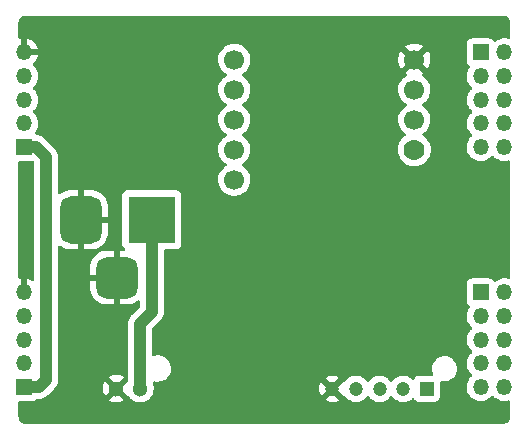
<source format=gbr>
%TF.GenerationSoftware,KiCad,Pcbnew,(6.0.0)*%
%TF.CreationDate,2022-11-08T21:37:46+09:00*%
%TF.ProjectId,LED_MATRIX_ATOM_UNIT,4c45445f-4d41-4545-9249-585f41544f4d,rev?*%
%TF.SameCoordinates,Original*%
%TF.FileFunction,Copper,L2,Bot*%
%TF.FilePolarity,Positive*%
%FSLAX46Y46*%
G04 Gerber Fmt 4.6, Leading zero omitted, Abs format (unit mm)*
G04 Created by KiCad (PCBNEW (6.0.0)) date 2022-11-08 21:37:46*
%MOMM*%
%LPD*%
G01*
G04 APERTURE LIST*
G04 Aperture macros list*
%AMRoundRect*
0 Rectangle with rounded corners*
0 $1 Rounding radius*
0 $2 $3 $4 $5 $6 $7 $8 $9 X,Y pos of 4 corners*
0 Add a 4 corners polygon primitive as box body*
4,1,4,$2,$3,$4,$5,$6,$7,$8,$9,$2,$3,0*
0 Add four circle primitives for the rounded corners*
1,1,$1+$1,$2,$3*
1,1,$1+$1,$4,$5*
1,1,$1+$1,$6,$7*
1,1,$1+$1,$8,$9*
0 Add four rect primitives between the rounded corners*
20,1,$1+$1,$2,$3,$4,$5,0*
20,1,$1+$1,$4,$5,$6,$7,0*
20,1,$1+$1,$6,$7,$8,$9,0*
20,1,$1+$1,$8,$9,$2,$3,0*%
G04 Aperture macros list end*
%TA.AperFunction,ComponentPad*%
%ADD10C,1.300000*%
%TD*%
%TA.AperFunction,ComponentPad*%
%ADD11R,4.000000X4.000000*%
%TD*%
%TA.AperFunction,ComponentPad*%
%ADD12RoundRect,0.875000X0.875000X1.125000X-0.875000X1.125000X-0.875000X-1.125000X0.875000X-1.125000X0*%
%TD*%
%TA.AperFunction,ComponentPad*%
%ADD13RoundRect,0.875000X0.875000X0.875000X-0.875000X0.875000X-0.875000X-0.875000X0.875000X-0.875000X0*%
%TD*%
%TA.AperFunction,ComponentPad*%
%ADD14R,1.200000X1.200000*%
%TD*%
%TA.AperFunction,ComponentPad*%
%ADD15C,1.200000*%
%TD*%
%TA.AperFunction,ComponentPad*%
%ADD16C,1.776200*%
%TD*%
%TA.AperFunction,ComponentPad*%
%ADD17C,1.700000*%
%TD*%
%TA.AperFunction,ComponentPad*%
%ADD18R,1.350000X1.350000*%
%TD*%
%TA.AperFunction,ComponentPad*%
%ADD19O,1.350000X1.350000*%
%TD*%
%TA.AperFunction,Conductor*%
%ADD20C,1.000000*%
%TD*%
G04 APERTURE END LIST*
D10*
%TO.P,J7,1,1*%
%TO.N,VCC*%
X92250000Y-116750000D03*
%TO.P,J7,2,2*%
%TO.N,GND*%
X90250000Y-116750000D03*
%TD*%
D11*
%TO.P,J5,1*%
%TO.N,VCC*%
X93250000Y-102450000D03*
D12*
%TO.P,J5,2*%
%TO.N,GND*%
X87250000Y-102450000D03*
D13*
%TO.P,J5,3*%
X90300000Y-107350000D03*
%TD*%
D14*
%TO.P,J6,1,1*%
%TO.N,/+5V*%
X116525000Y-116775000D03*
D15*
%TO.P,J6,2,2*%
%TO.N,/IO21*%
X114525000Y-116775000D03*
%TO.P,J6,3,3*%
%TO.N,/IO25*%
X112525000Y-116775000D03*
%TO.P,J6,4,4*%
%TO.N,/IO33*%
X110525000Y-116775000D03*
%TO.P,J6,5,5*%
%TO.N,GND*%
X108525000Y-116775000D03*
%TD*%
D16*
%TO.P,U1,1,IO21*%
%TO.N,/IO21*%
X115469700Y-96523500D03*
D17*
%TO.P,U1,2,IO25*%
%TO.N,/IO25*%
X115469700Y-93983500D03*
%TO.P,U1,3,+5V*%
%TO.N,/+5V*%
X115469700Y-91443500D03*
%TO.P,U1,4,GND*%
%TO.N,GND*%
X115469700Y-88903500D03*
%TO.P,U1,5,IO33*%
%TO.N,/IO33*%
X100229700Y-88903500D03*
%TO.P,U1,6,IO23*%
%TO.N,/DIN1*%
X100229700Y-91443500D03*
%TO.P,U1,7,IO19*%
%TO.N,/CS*%
X100229700Y-93983500D03*
%TO.P,U1,8,IO22*%
%TO.N,/CLK*%
X100229700Y-96523500D03*
%TO.P,U1,9,3.3V*%
%TO.N,unconnected-(U1-Pad9)*%
X100229700Y-99063500D03*
%TD*%
D18*
%TO.P,J4,1,Pin_1*%
%TO.N,VCC*%
X82450000Y-96290000D03*
D19*
%TO.P,J4,2,Pin_2*%
%TO.N,unconnected-(J4-Pad2)*%
X82450000Y-94290000D03*
%TO.P,J4,3,Pin_3*%
%TO.N,unconnected-(J4-Pad3)*%
X82450000Y-92290000D03*
%TO.P,J4,4,Pin_4*%
%TO.N,unconnected-(J4-Pad4)*%
X82450000Y-90290000D03*
%TO.P,J4,5,Pin_5*%
%TO.N,GND*%
X82450000Y-88290000D03*
%TD*%
D18*
%TO.P,J1,1,Pin_1*%
%TO.N,Net-(J1-Pad1)*%
X121090000Y-88290000D03*
D19*
%TO.P,J1,2,Pin_2*%
X123090000Y-88290000D03*
%TO.P,J1,3,Pin_3*%
%TO.N,Net-(J1-Pad3)*%
X121090000Y-90290000D03*
%TO.P,J1,4,Pin_4*%
X123090000Y-90290000D03*
%TO.P,J1,5,Pin_5*%
%TO.N,Net-(J1-Pad5)*%
X121090000Y-92290000D03*
%TO.P,J1,6,Pin_6*%
X123090000Y-92290000D03*
%TO.P,J1,7,Pin_7*%
%TO.N,Net-(J1-Pad7)*%
X121090000Y-94290000D03*
%TO.P,J1,8,Pin_8*%
X123090000Y-94290000D03*
%TO.P,J1,9,Pin_9*%
%TO.N,Net-(J1-Pad10)*%
X121090000Y-96290000D03*
%TO.P,J1,10,Pin_10*%
X123090000Y-96290000D03*
%TD*%
D18*
%TO.P,J2,1,Pin_1*%
%TO.N,VCC*%
X82450000Y-116610000D03*
D19*
%TO.P,J2,2,Pin_2*%
%TO.N,/DIN1*%
X82450000Y-114610000D03*
%TO.P,J2,3,Pin_3*%
%TO.N,/CS*%
X82450000Y-112610000D03*
%TO.P,J2,4,Pin_4*%
%TO.N,/CLK*%
X82450000Y-110610000D03*
%TO.P,J2,5,Pin_5*%
%TO.N,GND*%
X82450000Y-108610000D03*
%TD*%
D18*
%TO.P,J3,1,Pin_1*%
%TO.N,Net-(J3-Pad1)*%
X121090000Y-108610000D03*
D19*
%TO.P,J3,2,Pin_2*%
X123090000Y-108610000D03*
%TO.P,J3,3,Pin_3*%
%TO.N,Net-(J3-Pad3)*%
X121090000Y-110610000D03*
%TO.P,J3,4,Pin_4*%
X123090000Y-110610000D03*
%TO.P,J3,5,Pin_5*%
%TO.N,Net-(J3-Pad5)*%
X121090000Y-112610000D03*
%TO.P,J3,6,Pin_6*%
X123090000Y-112610000D03*
%TO.P,J3,7,Pin_7*%
%TO.N,Net-(J3-Pad7)*%
X121090000Y-114610000D03*
%TO.P,J3,8,Pin_8*%
X123090000Y-114610000D03*
%TO.P,J3,9,Pin_9*%
%TO.N,Net-(J3-Pad10)*%
X121090000Y-116610000D03*
%TO.P,J3,10,Pin_10*%
X123090000Y-116610000D03*
%TD*%
D20*
%TO.N,VCC*%
X84300000Y-116000000D02*
X84300000Y-97150000D01*
X83440000Y-96290000D02*
X82450000Y-96290000D01*
X83690000Y-116610000D02*
X84300000Y-116000000D01*
X82450000Y-116610000D02*
X83690000Y-116610000D01*
X93250000Y-102450000D02*
X93250000Y-110250000D01*
X93250000Y-110250000D02*
X92250000Y-111250000D01*
X84300000Y-97150000D02*
X83440000Y-96290000D01*
X92250000Y-111250000D02*
X92250000Y-116750000D01*
%TD*%
%TA.AperFunction,Conductor*%
%TO.N,GND*%
G36*
X123050749Y-85185066D02*
G01*
X123065550Y-85187371D01*
X123065554Y-85187371D01*
X123074423Y-85188752D01*
X123083325Y-85187588D01*
X123083329Y-85187588D01*
X123083425Y-85187575D01*
X123113862Y-85187304D01*
X123176067Y-85194312D01*
X123203574Y-85200590D01*
X123280763Y-85227600D01*
X123306183Y-85239842D01*
X123375430Y-85283353D01*
X123397489Y-85300945D01*
X123455313Y-85358769D01*
X123472905Y-85380828D01*
X123516416Y-85450075D01*
X123528658Y-85475496D01*
X123555667Y-85552683D01*
X123561946Y-85580190D01*
X123568214Y-85635817D01*
X123568997Y-85651463D01*
X123568888Y-85660421D01*
X123567506Y-85669295D01*
X123569146Y-85681835D01*
X123571628Y-85700816D01*
X123572692Y-85717154D01*
X123572692Y-87025711D01*
X123552690Y-87093832D01*
X123499034Y-87140325D01*
X123422111Y-87149290D01*
X123214239Y-87107941D01*
X123208464Y-87107865D01*
X123208460Y-87107865D01*
X123099419Y-87106438D01*
X122996746Y-87105094D01*
X122991049Y-87106073D01*
X122991048Y-87106073D01*
X122788065Y-87140952D01*
X122788062Y-87140953D01*
X122782375Y-87141930D01*
X122578307Y-87217214D01*
X122391376Y-87328427D01*
X122387032Y-87332237D01*
X122369592Y-87347531D01*
X122305188Y-87377408D01*
X122234855Y-87367722D01*
X122185689Y-87328365D01*
X122183522Y-87325473D01*
X122128261Y-87251739D01*
X122011705Y-87164385D01*
X121875316Y-87113255D01*
X121813134Y-87106500D01*
X120366866Y-87106500D01*
X120304684Y-87113255D01*
X120168295Y-87164385D01*
X120051739Y-87251739D01*
X119964385Y-87368295D01*
X119913255Y-87504684D01*
X119906500Y-87566866D01*
X119906500Y-89013134D01*
X119913255Y-89075316D01*
X119964385Y-89211705D01*
X120051739Y-89328261D01*
X120058919Y-89333642D01*
X120130269Y-89387116D01*
X120172784Y-89443975D01*
X120177810Y-89514794D01*
X120153654Y-89565948D01*
X120119102Y-89609777D01*
X120093181Y-89642658D01*
X119991905Y-89835154D01*
X119978775Y-89877438D01*
X119932483Y-90026523D01*
X119927403Y-90042882D01*
X119901837Y-90258887D01*
X119916063Y-90475933D01*
X119917484Y-90481529D01*
X119917485Y-90481534D01*
X119968184Y-90681158D01*
X119969605Y-90686753D01*
X119972022Y-90691996D01*
X120007043Y-90767963D01*
X120060668Y-90884285D01*
X120064001Y-90889001D01*
X120142062Y-90999454D01*
X120186204Y-91061914D01*
X120320981Y-91193207D01*
X120329741Y-91201741D01*
X120364579Y-91263602D01*
X120360442Y-91334478D01*
X120324899Y-91386726D01*
X120227842Y-91471842D01*
X120224270Y-91476373D01*
X120183045Y-91528667D01*
X120093181Y-91642658D01*
X119991905Y-91835154D01*
X119985455Y-91855925D01*
X119956259Y-91949953D01*
X119927403Y-92042882D01*
X119901837Y-92258887D01*
X119916063Y-92475933D01*
X119917484Y-92481529D01*
X119917485Y-92481534D01*
X119948328Y-92602976D01*
X119969605Y-92686753D01*
X119972022Y-92691996D01*
X120011891Y-92778478D01*
X120060668Y-92884285D01*
X120064001Y-92889001D01*
X120135642Y-92990370D01*
X120186204Y-93061914D01*
X120190346Y-93065949D01*
X120329741Y-93201741D01*
X120364579Y-93263602D01*
X120360442Y-93334478D01*
X120324899Y-93386726D01*
X120227842Y-93471842D01*
X120224270Y-93476373D01*
X120183045Y-93528667D01*
X120093181Y-93642658D01*
X119991905Y-93835154D01*
X119927403Y-94042882D01*
X119901837Y-94258887D01*
X119916063Y-94475933D01*
X119917484Y-94481529D01*
X119917485Y-94481534D01*
X119945878Y-94593329D01*
X119969605Y-94686753D01*
X120060668Y-94884285D01*
X120064001Y-94889001D01*
X120159885Y-95024673D01*
X120186204Y-95061914D01*
X120190346Y-95065949D01*
X120329741Y-95201741D01*
X120364579Y-95263602D01*
X120360442Y-95334478D01*
X120324899Y-95386726D01*
X120227842Y-95471842D01*
X120224270Y-95476373D01*
X120096978Y-95637842D01*
X120093181Y-95642658D01*
X120090493Y-95647767D01*
X120065055Y-95696117D01*
X119991905Y-95835154D01*
X119990192Y-95840671D01*
X119929876Y-96034919D01*
X119927403Y-96042882D01*
X119901837Y-96258887D01*
X119916063Y-96475933D01*
X119917484Y-96481529D01*
X119917485Y-96481534D01*
X119945888Y-96593367D01*
X119969605Y-96686753D01*
X120060668Y-96884285D01*
X120064001Y-96889001D01*
X120173563Y-97044027D01*
X120186204Y-97061914D01*
X120342009Y-97213692D01*
X120522863Y-97334536D01*
X120528171Y-97336817D01*
X120528172Y-97336817D01*
X120717409Y-97418119D01*
X120717412Y-97418120D01*
X120722712Y-97420397D01*
X120728342Y-97421671D01*
X120826464Y-97443874D01*
X120934860Y-97468402D01*
X120940631Y-97468629D01*
X120940633Y-97468629D01*
X121013620Y-97471496D01*
X121152205Y-97476941D01*
X121367466Y-97445730D01*
X121372930Y-97443875D01*
X121372935Y-97443874D01*
X121567963Y-97377671D01*
X121567968Y-97377669D01*
X121573435Y-97375813D01*
X121763213Y-97269532D01*
X121930446Y-97130446D01*
X121990252Y-97058537D01*
X122049189Y-97018953D01*
X122120171Y-97017517D01*
X122182913Y-97057258D01*
X122186204Y-97061914D01*
X122190346Y-97065949D01*
X122190348Y-97065951D01*
X122256554Y-97130446D01*
X122342009Y-97213692D01*
X122522863Y-97334536D01*
X122528171Y-97336817D01*
X122528172Y-97336817D01*
X122717409Y-97418119D01*
X122717412Y-97418120D01*
X122722712Y-97420397D01*
X122728342Y-97421671D01*
X122826464Y-97443874D01*
X122934860Y-97468402D01*
X122940631Y-97468629D01*
X122940633Y-97468629D01*
X123013620Y-97471496D01*
X123152205Y-97476941D01*
X123367466Y-97445730D01*
X123406193Y-97432584D01*
X123477127Y-97429629D01*
X123538399Y-97465493D01*
X123570555Y-97528790D01*
X123572692Y-97551898D01*
X123572692Y-107345711D01*
X123552690Y-107413832D01*
X123499034Y-107460325D01*
X123422111Y-107469290D01*
X123214239Y-107427941D01*
X123208464Y-107427865D01*
X123208460Y-107427865D01*
X123099419Y-107426438D01*
X122996746Y-107425094D01*
X122991049Y-107426073D01*
X122991048Y-107426073D01*
X122788065Y-107460952D01*
X122788062Y-107460953D01*
X122782375Y-107461930D01*
X122578307Y-107537214D01*
X122444954Y-107616551D01*
X122425405Y-107628182D01*
X122391376Y-107648427D01*
X122387032Y-107652237D01*
X122369592Y-107667531D01*
X122305188Y-107697408D01*
X122234855Y-107687722D01*
X122185689Y-107648365D01*
X122170563Y-107628182D01*
X122128261Y-107571739D01*
X122011705Y-107484385D01*
X121875316Y-107433255D01*
X121813134Y-107426500D01*
X120366866Y-107426500D01*
X120304684Y-107433255D01*
X120168295Y-107484385D01*
X120051739Y-107571739D01*
X119964385Y-107688295D01*
X119913255Y-107824684D01*
X119906500Y-107886866D01*
X119906500Y-109333134D01*
X119913255Y-109395316D01*
X119964385Y-109531705D01*
X120051739Y-109648261D01*
X120058919Y-109653642D01*
X120130269Y-109707116D01*
X120172784Y-109763975D01*
X120177810Y-109834794D01*
X120153654Y-109885948D01*
X120096755Y-109958124D01*
X120093181Y-109962658D01*
X119991905Y-110155154D01*
X119990192Y-110160671D01*
X119929195Y-110357112D01*
X119927403Y-110362882D01*
X119901837Y-110578887D01*
X119916063Y-110795933D01*
X119917484Y-110801529D01*
X119917485Y-110801534D01*
X119941172Y-110894800D01*
X119969605Y-111006753D01*
X119972022Y-111011996D01*
X120032041Y-111142187D01*
X120060668Y-111204285D01*
X120186204Y-111381914D01*
X120190346Y-111385949D01*
X120329741Y-111521741D01*
X120364579Y-111583602D01*
X120360442Y-111654478D01*
X120324899Y-111706726D01*
X120227842Y-111791842D01*
X120224270Y-111796373D01*
X120183045Y-111848667D01*
X120093181Y-111962658D01*
X119991905Y-112155154D01*
X119927403Y-112362882D01*
X119901837Y-112578887D01*
X119916063Y-112795933D01*
X119969605Y-113006753D01*
X120060668Y-113204285D01*
X120186204Y-113381914D01*
X120190346Y-113385949D01*
X120329741Y-113521741D01*
X120364579Y-113583602D01*
X120360442Y-113654478D01*
X120324899Y-113706726D01*
X120227842Y-113791842D01*
X120224270Y-113796373D01*
X120097998Y-113956548D01*
X120093181Y-113962658D01*
X119991905Y-114155154D01*
X119990192Y-114160671D01*
X119937358Y-114330823D01*
X119927403Y-114362882D01*
X119901837Y-114578887D01*
X119916063Y-114795933D01*
X119917484Y-114801529D01*
X119917485Y-114801534D01*
X119942262Y-114899091D01*
X119969605Y-115006753D01*
X119972022Y-115011996D01*
X120004490Y-115082425D01*
X120060668Y-115204285D01*
X120064001Y-115209001D01*
X120138016Y-115313729D01*
X120186204Y-115381914D01*
X120321329Y-115513546D01*
X120329741Y-115521741D01*
X120364579Y-115583602D01*
X120360442Y-115654478D01*
X120324899Y-115706726D01*
X120227842Y-115791842D01*
X120224270Y-115796373D01*
X120097630Y-115957015D01*
X120093181Y-115962658D01*
X120090493Y-115967767D01*
X120068963Y-116008690D01*
X119991905Y-116155154D01*
X119985581Y-116175520D01*
X119936666Y-116333052D01*
X119927403Y-116362882D01*
X119901837Y-116578887D01*
X119916063Y-116795933D01*
X119917484Y-116801529D01*
X119917485Y-116801534D01*
X119950621Y-116932006D01*
X119969605Y-117006753D01*
X119972022Y-117011996D01*
X120058250Y-117199040D01*
X120060668Y-117204285D01*
X120064001Y-117209001D01*
X120170799Y-117360116D01*
X120186204Y-117381914D01*
X120342009Y-117533692D01*
X120346813Y-117536902D01*
X120418962Y-117585111D01*
X120522863Y-117654536D01*
X120528171Y-117656817D01*
X120528172Y-117656817D01*
X120717409Y-117738119D01*
X120717412Y-117738120D01*
X120722712Y-117740397D01*
X120728342Y-117741671D01*
X120826464Y-117763874D01*
X120934860Y-117788402D01*
X120940631Y-117788629D01*
X120940633Y-117788629D01*
X121013620Y-117791496D01*
X121152205Y-117796941D01*
X121367466Y-117765730D01*
X121372930Y-117763875D01*
X121372935Y-117763874D01*
X121567963Y-117697671D01*
X121567968Y-117697669D01*
X121573435Y-117695813D01*
X121763213Y-117589532D01*
X121930446Y-117450446D01*
X121990252Y-117378537D01*
X122049189Y-117338953D01*
X122120171Y-117337517D01*
X122182913Y-117377258D01*
X122186204Y-117381914D01*
X122190346Y-117385949D01*
X122190348Y-117385951D01*
X122256271Y-117450170D01*
X122342009Y-117533692D01*
X122346813Y-117536902D01*
X122418962Y-117585111D01*
X122522863Y-117654536D01*
X122528171Y-117656817D01*
X122528172Y-117656817D01*
X122717409Y-117738119D01*
X122717412Y-117738120D01*
X122722712Y-117740397D01*
X122728342Y-117741671D01*
X122826464Y-117763874D01*
X122934860Y-117788402D01*
X122940631Y-117788629D01*
X122940633Y-117788629D01*
X123013620Y-117791496D01*
X123152205Y-117796941D01*
X123367466Y-117765730D01*
X123406193Y-117752584D01*
X123477127Y-117749629D01*
X123538399Y-117785493D01*
X123570555Y-117848790D01*
X123572692Y-117871898D01*
X123572692Y-119175107D01*
X123571192Y-119194491D01*
X123568887Y-119209292D01*
X123568887Y-119209296D01*
X123567506Y-119218165D01*
X123568670Y-119227067D01*
X123568670Y-119227071D01*
X123568683Y-119227167D01*
X123568954Y-119257604D01*
X123561946Y-119319809D01*
X123555667Y-119347319D01*
X123528658Y-119424505D01*
X123516416Y-119449925D01*
X123472905Y-119519172D01*
X123455313Y-119541231D01*
X123397489Y-119599055D01*
X123375430Y-119616647D01*
X123306183Y-119660158D01*
X123280762Y-119672400D01*
X123203575Y-119699409D01*
X123176068Y-119705688D01*
X123152120Y-119708386D01*
X123120436Y-119711956D01*
X123104795Y-119712739D01*
X123095837Y-119712630D01*
X123086963Y-119711248D01*
X123055442Y-119715370D01*
X123039104Y-119716434D01*
X82499327Y-119716434D01*
X82479943Y-119714934D01*
X82465142Y-119712629D01*
X82465138Y-119712629D01*
X82456269Y-119711248D01*
X82447367Y-119712412D01*
X82447363Y-119712412D01*
X82447267Y-119712425D01*
X82416830Y-119712696D01*
X82354625Y-119705688D01*
X82327118Y-119699410D01*
X82249928Y-119672400D01*
X82224509Y-119660158D01*
X82155262Y-119616647D01*
X82133203Y-119599055D01*
X82075379Y-119541231D01*
X82057787Y-119519172D01*
X82014276Y-119449925D01*
X82002034Y-119424504D01*
X81975025Y-119347317D01*
X81968746Y-119319810D01*
X81962478Y-119264183D01*
X81961695Y-119248537D01*
X81961804Y-119239579D01*
X81963186Y-119230705D01*
X81959064Y-119199183D01*
X81958000Y-119182846D01*
X81958000Y-117919500D01*
X81978002Y-117851379D01*
X82031658Y-117804886D01*
X82084000Y-117793500D01*
X83173134Y-117793500D01*
X83235316Y-117786745D01*
X83371705Y-117735615D01*
X83382741Y-117727344D01*
X89637016Y-117727344D01*
X89646898Y-117739834D01*
X89690279Y-117768820D01*
X89700389Y-117774310D01*
X89885318Y-117853762D01*
X89896261Y-117857317D01*
X90092567Y-117901737D01*
X90103975Y-117903239D01*
X90305096Y-117911140D01*
X90316580Y-117910538D01*
X90515774Y-117881657D01*
X90526957Y-117878972D01*
X90717547Y-117814276D01*
X90728060Y-117809595D01*
X90854766Y-117738635D01*
X90864631Y-117728557D01*
X90861675Y-117720885D01*
X90262812Y-117122022D01*
X90248868Y-117114408D01*
X90247035Y-117114539D01*
X90240420Y-117118790D01*
X89643212Y-117715998D01*
X89637016Y-117727344D01*
X83382741Y-117727344D01*
X83488261Y-117648261D01*
X83489463Y-117649865D01*
X83541630Y-117621379D01*
X83568413Y-117618500D01*
X83628157Y-117618500D01*
X83641764Y-117619237D01*
X83673262Y-117622659D01*
X83673267Y-117622659D01*
X83679388Y-117623324D01*
X83705638Y-117621027D01*
X83729388Y-117618950D01*
X83734214Y-117618621D01*
X83736686Y-117618500D01*
X83739769Y-117618500D01*
X83751738Y-117617326D01*
X83782506Y-117614310D01*
X83783819Y-117614188D01*
X83828084Y-117610315D01*
X83876413Y-117606087D01*
X83881532Y-117604600D01*
X83886833Y-117604080D01*
X83975834Y-117577209D01*
X83976967Y-117576874D01*
X84060414Y-117552630D01*
X84060418Y-117552628D01*
X84066336Y-117550909D01*
X84071068Y-117548456D01*
X84076169Y-117546916D01*
X84095003Y-117536902D01*
X84158260Y-117503269D01*
X84159426Y-117502657D01*
X84236453Y-117462729D01*
X84241926Y-117459892D01*
X84246089Y-117456569D01*
X84250796Y-117454066D01*
X84322918Y-117395245D01*
X84323774Y-117394554D01*
X84362973Y-117363262D01*
X84365477Y-117360758D01*
X84366195Y-117360116D01*
X84370528Y-117356415D01*
X84404062Y-117329065D01*
X84433288Y-117293736D01*
X84441279Y-117284955D01*
X84969379Y-116756855D01*
X84979522Y-116747753D01*
X85004218Y-116727897D01*
X85007419Y-116725323D01*
X89087816Y-116725323D01*
X89100979Y-116926159D01*
X89102780Y-116937529D01*
X89152323Y-117132604D01*
X89156164Y-117143451D01*
X89240429Y-117326238D01*
X89246178Y-117336195D01*
X89259912Y-117355628D01*
X89270501Y-117364016D01*
X89283802Y-117356988D01*
X89877978Y-116762812D01*
X89885592Y-116748868D01*
X89885461Y-116747035D01*
X89881210Y-116740420D01*
X89281520Y-116140730D01*
X89269140Y-116133970D01*
X89263174Y-116138436D01*
X89178257Y-116299836D01*
X89173848Y-116310479D01*
X89114167Y-116502684D01*
X89111773Y-116513946D01*
X89088117Y-116713821D01*
X89087816Y-116725323D01*
X85007419Y-116725323D01*
X85009025Y-116724032D01*
X85041320Y-116685544D01*
X85044478Y-116681925D01*
X85046124Y-116680110D01*
X85048309Y-116677925D01*
X85050264Y-116675545D01*
X85050273Y-116675535D01*
X85075549Y-116644764D01*
X85076391Y-116643749D01*
X85132194Y-116577245D01*
X85136154Y-116572526D01*
X85138723Y-116567852D01*
X85142102Y-116563739D01*
X85185975Y-116481915D01*
X85186584Y-116480793D01*
X85228464Y-116404614D01*
X85228465Y-116404612D01*
X85231433Y-116399213D01*
X85233045Y-116394131D01*
X85235562Y-116389437D01*
X85262762Y-116300469D01*
X85263108Y-116299358D01*
X85284521Y-116231860D01*
X85291235Y-116210694D01*
X85291829Y-116205398D01*
X85293387Y-116200302D01*
X85302790Y-116107743D01*
X85302911Y-116106607D01*
X85308500Y-116056773D01*
X85308500Y-116053246D01*
X85308555Y-116052261D01*
X85309002Y-116046581D01*
X85311989Y-116017175D01*
X85312752Y-116009663D01*
X85312752Y-116009661D01*
X85313374Y-116003538D01*
X85309059Y-115957891D01*
X85308500Y-115946033D01*
X85308500Y-115772196D01*
X89636307Y-115772196D01*
X89639793Y-115780583D01*
X90237188Y-116377978D01*
X90251132Y-116385592D01*
X90252965Y-116385461D01*
X90259580Y-116381210D01*
X90856533Y-115784257D01*
X90863293Y-115771877D01*
X90857263Y-115763822D01*
X90782857Y-115716875D01*
X90772609Y-115711654D01*
X90585663Y-115637070D01*
X90574635Y-115633803D01*
X90377230Y-115594537D01*
X90365784Y-115593334D01*
X90164537Y-115590700D01*
X90153057Y-115591603D01*
X89954701Y-115625687D01*
X89943581Y-115628667D01*
X89754748Y-115698331D01*
X89744370Y-115703281D01*
X89645906Y-115761861D01*
X89636307Y-115772196D01*
X85308500Y-115772196D01*
X85308500Y-108315631D01*
X88042000Y-108315631D01*
X88042091Y-108319016D01*
X88044882Y-108370545D01*
X88045955Y-108379189D01*
X88089080Y-108600018D01*
X88091994Y-108610246D01*
X88171364Y-108819740D01*
X88175962Y-108829338D01*
X88289493Y-109022460D01*
X88295646Y-109031149D01*
X88440101Y-109202392D01*
X88447608Y-109209899D01*
X88618851Y-109354354D01*
X88627540Y-109360507D01*
X88820662Y-109474038D01*
X88830260Y-109478636D01*
X89039754Y-109558006D01*
X89049982Y-109560920D01*
X89270811Y-109604045D01*
X89279455Y-109605118D01*
X89330984Y-109607909D01*
X89334369Y-109608000D01*
X90027885Y-109608000D01*
X90043124Y-109603525D01*
X90044329Y-109602135D01*
X90046000Y-109594452D01*
X90046000Y-109589885D01*
X90554000Y-109589885D01*
X90558475Y-109605124D01*
X90559865Y-109606329D01*
X90567548Y-109608000D01*
X91265631Y-109608000D01*
X91269016Y-109607909D01*
X91320545Y-109605118D01*
X91329189Y-109604045D01*
X91550018Y-109560920D01*
X91560246Y-109558006D01*
X91769740Y-109478636D01*
X91779338Y-109474038D01*
X91972460Y-109360507D01*
X91981149Y-109354354D01*
X92034256Y-109309555D01*
X92099222Y-109280920D01*
X92169356Y-109291954D01*
X92222391Y-109339153D01*
X92241500Y-109405864D01*
X92241500Y-109780076D01*
X92221498Y-109848197D01*
X92204595Y-109869171D01*
X91580621Y-110493145D01*
X91570478Y-110502247D01*
X91540975Y-110525968D01*
X91520363Y-110550532D01*
X91508709Y-110564421D01*
X91505528Y-110568069D01*
X91503885Y-110569881D01*
X91501691Y-110572075D01*
X91474358Y-110605349D01*
X91473696Y-110606147D01*
X91413846Y-110677474D01*
X91411278Y-110682144D01*
X91407897Y-110686261D01*
X91384090Y-110730662D01*
X91364023Y-110768086D01*
X91363394Y-110769245D01*
X91321538Y-110845381D01*
X91321535Y-110845389D01*
X91318567Y-110850787D01*
X91316955Y-110855869D01*
X91314438Y-110860563D01*
X91287238Y-110949531D01*
X91286918Y-110950559D01*
X91258765Y-111039306D01*
X91258171Y-111044602D01*
X91256613Y-111049698D01*
X91255990Y-111055834D01*
X91247218Y-111142187D01*
X91247089Y-111143393D01*
X91241500Y-111193227D01*
X91241500Y-111196754D01*
X91241445Y-111197739D01*
X91240998Y-111203419D01*
X91236626Y-111246462D01*
X91237206Y-111252593D01*
X91240941Y-111292109D01*
X91241500Y-111303967D01*
X91241500Y-116065520D01*
X91221498Y-116133641D01*
X91204595Y-116154615D01*
X90622022Y-116737188D01*
X90614408Y-116751132D01*
X90614539Y-116752965D01*
X90618790Y-116759580D01*
X91216971Y-117357761D01*
X91262711Y-117382738D01*
X91305221Y-117420605D01*
X91365296Y-117505609D01*
X91407699Y-117546916D01*
X91513379Y-117649865D01*
X91517809Y-117654181D01*
X91522605Y-117657386D01*
X91522608Y-117657388D01*
X91617639Y-117720885D01*
X91694843Y-117772471D01*
X91700146Y-117774749D01*
X91700149Y-117774751D01*
X91872480Y-117848790D01*
X91890470Y-117856519D01*
X91958436Y-117871898D01*
X92092501Y-117902234D01*
X92092506Y-117902235D01*
X92098138Y-117903509D01*
X92103909Y-117903736D01*
X92103911Y-117903736D01*
X92165252Y-117906146D01*
X92310891Y-117911869D01*
X92316600Y-117911041D01*
X92316604Y-117911041D01*
X92515890Y-117882145D01*
X92515894Y-117882144D01*
X92521605Y-117881316D01*
X92723223Y-117812876D01*
X92895683Y-117716294D01*
X107948066Y-117716294D01*
X107957948Y-117728783D01*
X107989239Y-117749691D01*
X107999349Y-117755181D01*
X108175835Y-117831005D01*
X108186778Y-117834560D01*
X108374120Y-117876952D01*
X108385530Y-117878454D01*
X108577469Y-117885995D01*
X108588951Y-117885393D01*
X108779045Y-117857832D01*
X108790240Y-117855144D01*
X108972131Y-117793400D01*
X108982628Y-117788726D01*
X109093032Y-117726898D01*
X109102895Y-117716821D01*
X109099940Y-117709151D01*
X108537811Y-117147021D01*
X108523868Y-117139408D01*
X108522034Y-117139539D01*
X108515420Y-117143790D01*
X107954259Y-117704952D01*
X107948066Y-117716294D01*
X92895683Y-117716294D01*
X92908993Y-117708840D01*
X93072693Y-117572693D01*
X93208840Y-117408993D01*
X93312876Y-117223223D01*
X93381316Y-117021605D01*
X93382710Y-117011996D01*
X93411337Y-116814561D01*
X93411337Y-116814559D01*
X93411869Y-116810891D01*
X93413420Y-116751638D01*
X107413012Y-116751638D01*
X107425575Y-116943304D01*
X107427376Y-116954674D01*
X107474657Y-117140843D01*
X107478498Y-117151690D01*
X107558916Y-117326130D01*
X107564664Y-117336086D01*
X107570788Y-117344751D01*
X107581377Y-117353140D01*
X107594676Y-117346113D01*
X108152979Y-116787811D01*
X108159356Y-116776132D01*
X108889408Y-116776132D01*
X108889539Y-116777966D01*
X108893790Y-116784580D01*
X109455239Y-117346028D01*
X109469176Y-117353639D01*
X109500419Y-117351404D01*
X109569793Y-117366495D01*
X109612305Y-117404363D01*
X109678479Y-117497997D01*
X109730454Y-117548629D01*
X109805469Y-117621705D01*
X109824410Y-117640157D01*
X109829206Y-117643362D01*
X109829209Y-117643364D01*
X109945228Y-117720885D01*
X109993803Y-117753342D01*
X109999106Y-117755620D01*
X109999109Y-117755622D01*
X110175680Y-117831483D01*
X110180987Y-117833763D01*
X110247397Y-117848790D01*
X110374055Y-117877450D01*
X110374060Y-117877451D01*
X110379692Y-117878725D01*
X110385463Y-117878952D01*
X110385465Y-117878952D01*
X110445640Y-117881316D01*
X110583263Y-117886723D01*
X110784883Y-117857490D01*
X110790347Y-117855635D01*
X110790352Y-117855634D01*
X110972327Y-117793862D01*
X110972332Y-117793860D01*
X110977799Y-117792004D01*
X110983653Y-117788726D01*
X111074017Y-117738119D01*
X111155551Y-117692458D01*
X111312186Y-117562186D01*
X111429733Y-117420851D01*
X111488670Y-117381267D01*
X111559652Y-117379831D01*
X111620143Y-117416998D01*
X111629503Y-117428699D01*
X111669517Y-117485316D01*
X111678479Y-117497997D01*
X111730454Y-117548629D01*
X111805469Y-117621705D01*
X111824410Y-117640157D01*
X111829206Y-117643362D01*
X111829209Y-117643364D01*
X111945228Y-117720885D01*
X111993803Y-117753342D01*
X111999106Y-117755620D01*
X111999109Y-117755622D01*
X112175680Y-117831483D01*
X112180987Y-117833763D01*
X112247397Y-117848790D01*
X112374055Y-117877450D01*
X112374060Y-117877451D01*
X112379692Y-117878725D01*
X112385463Y-117878952D01*
X112385465Y-117878952D01*
X112445640Y-117881316D01*
X112583263Y-117886723D01*
X112784883Y-117857490D01*
X112790347Y-117855635D01*
X112790352Y-117855634D01*
X112972327Y-117793862D01*
X112972332Y-117793860D01*
X112977799Y-117792004D01*
X112983653Y-117788726D01*
X113074017Y-117738119D01*
X113155551Y-117692458D01*
X113312186Y-117562186D01*
X113429733Y-117420851D01*
X113488670Y-117381267D01*
X113559652Y-117379831D01*
X113620143Y-117416998D01*
X113629503Y-117428699D01*
X113669517Y-117485316D01*
X113678479Y-117497997D01*
X113730454Y-117548629D01*
X113805469Y-117621705D01*
X113824410Y-117640157D01*
X113829206Y-117643362D01*
X113829209Y-117643364D01*
X113945228Y-117720885D01*
X113993803Y-117753342D01*
X113999106Y-117755620D01*
X113999109Y-117755622D01*
X114175680Y-117831483D01*
X114180987Y-117833763D01*
X114247397Y-117848790D01*
X114374055Y-117877450D01*
X114374060Y-117877451D01*
X114379692Y-117878725D01*
X114385463Y-117878952D01*
X114385465Y-117878952D01*
X114445640Y-117881316D01*
X114583263Y-117886723D01*
X114784883Y-117857490D01*
X114790347Y-117855635D01*
X114790352Y-117855634D01*
X114972327Y-117793862D01*
X114972332Y-117793860D01*
X114977799Y-117792004D01*
X114983653Y-117788726D01*
X115074017Y-117738119D01*
X115155551Y-117692458D01*
X115249592Y-117614245D01*
X115284622Y-117585111D01*
X115349786Y-117556930D01*
X115419841Y-117568454D01*
X115473520Y-117619398D01*
X115474385Y-117621705D01*
X115561739Y-117738261D01*
X115678295Y-117825615D01*
X115814684Y-117876745D01*
X115876866Y-117883500D01*
X117173134Y-117883500D01*
X117235316Y-117876745D01*
X117371705Y-117825615D01*
X117488261Y-117738261D01*
X117575615Y-117621705D01*
X117626745Y-117485316D01*
X117633500Y-117423134D01*
X117633500Y-116233494D01*
X117653502Y-116165373D01*
X117707158Y-116118880D01*
X117777432Y-116108776D01*
X117797593Y-116113391D01*
X117803861Y-116115379D01*
X117809978Y-116116065D01*
X117809982Y-116116066D01*
X117886598Y-116124659D01*
X117965413Y-116133500D01*
X118077237Y-116133500D01*
X118080293Y-116133200D01*
X118080300Y-116133200D01*
X118225466Y-116118966D01*
X118225469Y-116118965D01*
X118231592Y-116118365D01*
X118363546Y-116078526D01*
X118424407Y-116060152D01*
X118424410Y-116060151D01*
X118430315Y-116058368D01*
X118435762Y-116055472D01*
X118608153Y-115963809D01*
X118608155Y-115963808D01*
X118613599Y-115960913D01*
X118707611Y-115884239D01*
X118769689Y-115833610D01*
X118769692Y-115833607D01*
X118774464Y-115829715D01*
X118783065Y-115819319D01*
X118883155Y-115698331D01*
X118906783Y-115669770D01*
X118912426Y-115659334D01*
X119002584Y-115492590D01*
X119002586Y-115492585D01*
X119005514Y-115487170D01*
X119066898Y-115288871D01*
X119068429Y-115274303D01*
X119087952Y-115088554D01*
X119087952Y-115088552D01*
X119088596Y-115082425D01*
X119069782Y-114875697D01*
X119067298Y-114867255D01*
X119024527Y-114721932D01*
X119011173Y-114676560D01*
X118915001Y-114492600D01*
X118784929Y-114330823D01*
X118772371Y-114320285D01*
X118630629Y-114201350D01*
X118625911Y-114197391D01*
X118620519Y-114194427D01*
X118620515Y-114194424D01*
X118449402Y-114100354D01*
X118444005Y-114097387D01*
X118246139Y-114034621D01*
X118240022Y-114033935D01*
X118240018Y-114033934D01*
X118163402Y-114025341D01*
X118084587Y-114016500D01*
X117972763Y-114016500D01*
X117969707Y-114016800D01*
X117969700Y-114016800D01*
X117824534Y-114031034D01*
X117824531Y-114031035D01*
X117818408Y-114031635D01*
X117709112Y-114064633D01*
X117625593Y-114089848D01*
X117625590Y-114089849D01*
X117619685Y-114091632D01*
X117614240Y-114094527D01*
X117614238Y-114094528D01*
X117441847Y-114186191D01*
X117441845Y-114186192D01*
X117436401Y-114189087D01*
X117421365Y-114201350D01*
X117280311Y-114316390D01*
X117280308Y-114316393D01*
X117275536Y-114320285D01*
X117143217Y-114480230D01*
X117140288Y-114485647D01*
X117140286Y-114485650D01*
X117047416Y-114657410D01*
X117047414Y-114657415D01*
X117044486Y-114662830D01*
X116983102Y-114861129D01*
X116982458Y-114867254D01*
X116982458Y-114867255D01*
X116967797Y-115006753D01*
X116961404Y-115067575D01*
X116980218Y-115274303D01*
X116981956Y-115280209D01*
X116981957Y-115280213D01*
X117013077Y-115385949D01*
X117038827Y-115473440D01*
X117041680Y-115478898D01*
X117041682Y-115478902D01*
X117043369Y-115482129D01*
X117043739Y-115483994D01*
X117043990Y-115484614D01*
X117043872Y-115484662D01*
X117057200Y-115551765D01*
X117031188Y-115617825D01*
X116973591Y-115659334D01*
X116931705Y-115666500D01*
X115876866Y-115666500D01*
X115814684Y-115673255D01*
X115678295Y-115724385D01*
X115561739Y-115811739D01*
X115556358Y-115818919D01*
X115501737Y-115891800D01*
X115474385Y-115928295D01*
X115473023Y-115931929D01*
X115424578Y-115980264D01*
X115355186Y-115995277D01*
X115288694Y-115970390D01*
X115278789Y-115962133D01*
X115206943Y-115895719D01*
X115206940Y-115895717D01*
X115202703Y-115891800D01*
X115123876Y-115842064D01*
X115035288Y-115786169D01*
X115035283Y-115786167D01*
X115030404Y-115783088D01*
X114841180Y-115707595D01*
X114664255Y-115672402D01*
X114647032Y-115668976D01*
X114647031Y-115668976D01*
X114641366Y-115667849D01*
X114635592Y-115667773D01*
X114635588Y-115667773D01*
X114532452Y-115666424D01*
X114437655Y-115665183D01*
X114431958Y-115666162D01*
X114431957Y-115666162D01*
X114244744Y-115698331D01*
X114236870Y-115699684D01*
X114045734Y-115770198D01*
X114040773Y-115773150D01*
X114040772Y-115773150D01*
X113894620Y-115860102D01*
X113870649Y-115874363D01*
X113717478Y-116008690D01*
X113623395Y-116128034D01*
X113565515Y-116169146D01*
X113494595Y-116172440D01*
X113433152Y-116136869D01*
X113423488Y-116125416D01*
X113355758Y-116034715D01*
X113355758Y-116034714D01*
X113352305Y-116030091D01*
X113242183Y-115928295D01*
X113206943Y-115895719D01*
X113206940Y-115895717D01*
X113202703Y-115891800D01*
X113123876Y-115842064D01*
X113035288Y-115786169D01*
X113035283Y-115786167D01*
X113030404Y-115783088D01*
X112841180Y-115707595D01*
X112664255Y-115672402D01*
X112647032Y-115668976D01*
X112647031Y-115668976D01*
X112641366Y-115667849D01*
X112635592Y-115667773D01*
X112635588Y-115667773D01*
X112532452Y-115666424D01*
X112437655Y-115665183D01*
X112431958Y-115666162D01*
X112431957Y-115666162D01*
X112244744Y-115698331D01*
X112236870Y-115699684D01*
X112045734Y-115770198D01*
X112040773Y-115773150D01*
X112040772Y-115773150D01*
X111894620Y-115860102D01*
X111870649Y-115874363D01*
X111717478Y-116008690D01*
X111623395Y-116128034D01*
X111565515Y-116169146D01*
X111494595Y-116172440D01*
X111433152Y-116136869D01*
X111423488Y-116125416D01*
X111355758Y-116034715D01*
X111355758Y-116034714D01*
X111352305Y-116030091D01*
X111242183Y-115928295D01*
X111206943Y-115895719D01*
X111206940Y-115895717D01*
X111202703Y-115891800D01*
X111123876Y-115842064D01*
X111035288Y-115786169D01*
X111035283Y-115786167D01*
X111030404Y-115783088D01*
X110841180Y-115707595D01*
X110664255Y-115672402D01*
X110647032Y-115668976D01*
X110647031Y-115668976D01*
X110641366Y-115667849D01*
X110635592Y-115667773D01*
X110635588Y-115667773D01*
X110532452Y-115666424D01*
X110437655Y-115665183D01*
X110431958Y-115666162D01*
X110431957Y-115666162D01*
X110244744Y-115698331D01*
X110236870Y-115699684D01*
X110045734Y-115770198D01*
X110040773Y-115773150D01*
X110040772Y-115773150D01*
X109894620Y-115860102D01*
X109870649Y-115874363D01*
X109717478Y-116008690D01*
X109713907Y-116013220D01*
X109713906Y-116013221D01*
X109607274Y-116148482D01*
X109549392Y-116189595D01*
X109499174Y-116196143D01*
X109471457Y-116194125D01*
X109457449Y-116201762D01*
X108897021Y-116762189D01*
X108889408Y-116776132D01*
X108159356Y-116776132D01*
X108160592Y-116773868D01*
X108160461Y-116772034D01*
X108156210Y-116765420D01*
X107593538Y-116202749D01*
X107581163Y-116195992D01*
X107575197Y-116200458D01*
X107499645Y-116344058D01*
X107495242Y-116354691D01*
X107438281Y-116538132D01*
X107435891Y-116549376D01*
X107413313Y-116740137D01*
X107413012Y-116751638D01*
X93413420Y-116751638D01*
X93413463Y-116750000D01*
X93396348Y-116563739D01*
X93394510Y-116543730D01*
X93394509Y-116543727D01*
X93393981Y-116537976D01*
X93378181Y-116481953D01*
X93337754Y-116338611D01*
X93337753Y-116338609D01*
X93336186Y-116333052D01*
X93333633Y-116327876D01*
X93333630Y-116327867D01*
X93320776Y-116301802D01*
X93308586Y-116231860D01*
X93336146Y-116166431D01*
X93394704Y-116126288D01*
X93457932Y-116122411D01*
X93641337Y-116158228D01*
X93646899Y-116158500D01*
X93802846Y-116158500D01*
X93960566Y-116143452D01*
X94163534Y-116083908D01*
X94218746Y-116055472D01*
X94346249Y-115989804D01*
X94346252Y-115989802D01*
X94351580Y-115987058D01*
X94517920Y-115856396D01*
X94521852Y-115851865D01*
X94521855Y-115851862D01*
X94537637Y-115833675D01*
X107947788Y-115833675D01*
X107951275Y-115842064D01*
X108512189Y-116402979D01*
X108526132Y-116410592D01*
X108527966Y-116410461D01*
X108534580Y-116406210D01*
X109095285Y-115845504D01*
X109102042Y-115833129D01*
X109096012Y-115825073D01*
X109035061Y-115786616D01*
X109024813Y-115781395D01*
X108846401Y-115710216D01*
X108835373Y-115706949D01*
X108646982Y-115669476D01*
X108635535Y-115668273D01*
X108443477Y-115665759D01*
X108431997Y-115666662D01*
X108242697Y-115699190D01*
X108231577Y-115702170D01*
X108051365Y-115768653D01*
X108040991Y-115773601D01*
X107957385Y-115823342D01*
X107947788Y-115833675D01*
X94537637Y-115833675D01*
X94652621Y-115701167D01*
X94656552Y-115696637D01*
X94659552Y-115691451D01*
X94659555Y-115691447D01*
X94759467Y-115518742D01*
X94762473Y-115513546D01*
X94831861Y-115313729D01*
X94836286Y-115283213D01*
X94861352Y-115110336D01*
X94861352Y-115110333D01*
X94862213Y-115104396D01*
X94852433Y-114893101D01*
X94802875Y-114687466D01*
X94797917Y-114676560D01*
X94717806Y-114500368D01*
X94715326Y-114494913D01*
X94592946Y-114322389D01*
X94459272Y-114194424D01*
X94444480Y-114180264D01*
X94440150Y-114176119D01*
X94262452Y-114061380D01*
X94188645Y-114031635D01*
X94071832Y-113984558D01*
X94071829Y-113984557D01*
X94066263Y-113982314D01*
X93858663Y-113941772D01*
X93853101Y-113941500D01*
X93697154Y-113941500D01*
X93539434Y-113956548D01*
X93419969Y-113991595D01*
X93348973Y-113991578D01*
X93289256Y-113953180D01*
X93259778Y-113888592D01*
X93258500Y-113870690D01*
X93258500Y-111719926D01*
X93278502Y-111651805D01*
X93295404Y-111630831D01*
X93919383Y-111006851D01*
X93929527Y-110997749D01*
X93954218Y-110977897D01*
X93959025Y-110974032D01*
X93991292Y-110935578D01*
X93994473Y-110931930D01*
X93996117Y-110930117D01*
X93998309Y-110927925D01*
X94025580Y-110894724D01*
X94026362Y-110893782D01*
X94082193Y-110827247D01*
X94082195Y-110827244D01*
X94086154Y-110822526D01*
X94088723Y-110817853D01*
X94092103Y-110813738D01*
X94115961Y-110769245D01*
X94136028Y-110731820D01*
X94136657Y-110730662D01*
X94178465Y-110654612D01*
X94178465Y-110654611D01*
X94181433Y-110649213D01*
X94183044Y-110644135D01*
X94185563Y-110639437D01*
X94212753Y-110550502D01*
X94213136Y-110549272D01*
X94239371Y-110466570D01*
X94241235Y-110460694D01*
X94241828Y-110455403D01*
X94243388Y-110450302D01*
X94252795Y-110357689D01*
X94252915Y-110356569D01*
X94258500Y-110306773D01*
X94258500Y-110303244D01*
X94258555Y-110302261D01*
X94259004Y-110296556D01*
X94262752Y-110259664D01*
X94262752Y-110259661D01*
X94263374Y-110253537D01*
X94259059Y-110207888D01*
X94258500Y-110196031D01*
X94258500Y-105084500D01*
X94278502Y-105016379D01*
X94332158Y-104969886D01*
X94384500Y-104958500D01*
X95298134Y-104958500D01*
X95360316Y-104951745D01*
X95496705Y-104900615D01*
X95613261Y-104813261D01*
X95700615Y-104696705D01*
X95751745Y-104560316D01*
X95758500Y-104498134D01*
X95758500Y-100401866D01*
X95751745Y-100339684D01*
X95700615Y-100203295D01*
X95613261Y-100086739D01*
X95496705Y-99999385D01*
X95360316Y-99948255D01*
X95298134Y-99941500D01*
X91201866Y-99941500D01*
X91139684Y-99948255D01*
X91003295Y-99999385D01*
X90886739Y-100086739D01*
X90799385Y-100203295D01*
X90748255Y-100339684D01*
X90741500Y-100401866D01*
X90741500Y-104498134D01*
X90748255Y-104560316D01*
X90799385Y-104696705D01*
X90886739Y-104813261D01*
X90893919Y-104818642D01*
X90893920Y-104818643D01*
X90956006Y-104865174D01*
X90998521Y-104922033D01*
X91003547Y-104992852D01*
X90969487Y-105055145D01*
X90907155Y-105089135D01*
X90880441Y-105092000D01*
X90572115Y-105092000D01*
X90556876Y-105096475D01*
X90555671Y-105097865D01*
X90554000Y-105105548D01*
X90554000Y-109589885D01*
X90046000Y-109589885D01*
X90046000Y-107622115D01*
X90041525Y-107606876D01*
X90040135Y-107605671D01*
X90032452Y-107604000D01*
X88060115Y-107604000D01*
X88044876Y-107608475D01*
X88043671Y-107609865D01*
X88042000Y-107617548D01*
X88042000Y-108315631D01*
X85308500Y-108315631D01*
X85308500Y-107077885D01*
X88042000Y-107077885D01*
X88046475Y-107093124D01*
X88047865Y-107094329D01*
X88055548Y-107096000D01*
X90027885Y-107096000D01*
X90043124Y-107091525D01*
X90044329Y-107090135D01*
X90046000Y-107082452D01*
X90046000Y-105110115D01*
X90041525Y-105094876D01*
X90040135Y-105093671D01*
X90032452Y-105092000D01*
X89334370Y-105092000D01*
X89330984Y-105092091D01*
X89279455Y-105094882D01*
X89270811Y-105095955D01*
X89049982Y-105139080D01*
X89039754Y-105141994D01*
X88830260Y-105221364D01*
X88820662Y-105225962D01*
X88627540Y-105339493D01*
X88618851Y-105345646D01*
X88447608Y-105490101D01*
X88440101Y-105497608D01*
X88295646Y-105668851D01*
X88289493Y-105677540D01*
X88175962Y-105870662D01*
X88171364Y-105880260D01*
X88091994Y-106089754D01*
X88089080Y-106099982D01*
X88045955Y-106320811D01*
X88044882Y-106329455D01*
X88042091Y-106380984D01*
X88042000Y-106384370D01*
X88042000Y-107077885D01*
X85308500Y-107077885D01*
X85308500Y-104755864D01*
X85328502Y-104687743D01*
X85382158Y-104641250D01*
X85452432Y-104631146D01*
X85515744Y-104659555D01*
X85568851Y-104704354D01*
X85577540Y-104710507D01*
X85770662Y-104824038D01*
X85780260Y-104828636D01*
X85989754Y-104908006D01*
X85999982Y-104910920D01*
X86220811Y-104954045D01*
X86229455Y-104955118D01*
X86280984Y-104957909D01*
X86284369Y-104958000D01*
X86977885Y-104958000D01*
X86993124Y-104953525D01*
X86994329Y-104952135D01*
X86996000Y-104944452D01*
X86996000Y-104939885D01*
X87504000Y-104939885D01*
X87508475Y-104955124D01*
X87509865Y-104956329D01*
X87517548Y-104958000D01*
X88215631Y-104958000D01*
X88219016Y-104957909D01*
X88270545Y-104955118D01*
X88279189Y-104954045D01*
X88500018Y-104910920D01*
X88510246Y-104908006D01*
X88719740Y-104828636D01*
X88729338Y-104824038D01*
X88922460Y-104710507D01*
X88931149Y-104704354D01*
X89102392Y-104559899D01*
X89109899Y-104552392D01*
X89254354Y-104381149D01*
X89260507Y-104372460D01*
X89374038Y-104179338D01*
X89378636Y-104169740D01*
X89458006Y-103960246D01*
X89460920Y-103950018D01*
X89504045Y-103729189D01*
X89505118Y-103720545D01*
X89507909Y-103669016D01*
X89508000Y-103665631D01*
X89508000Y-102722115D01*
X89503525Y-102706876D01*
X89502135Y-102705671D01*
X89494452Y-102704000D01*
X87522115Y-102704000D01*
X87506876Y-102708475D01*
X87505671Y-102709865D01*
X87504000Y-102717548D01*
X87504000Y-104939885D01*
X86996000Y-104939885D01*
X86996000Y-102177885D01*
X87504000Y-102177885D01*
X87508475Y-102193124D01*
X87509865Y-102194329D01*
X87517548Y-102196000D01*
X89489885Y-102196000D01*
X89505124Y-102191525D01*
X89506329Y-102190135D01*
X89508000Y-102182452D01*
X89508000Y-101234370D01*
X89507909Y-101230984D01*
X89505118Y-101179455D01*
X89504045Y-101170811D01*
X89460920Y-100949982D01*
X89458006Y-100939754D01*
X89378636Y-100730260D01*
X89374038Y-100720662D01*
X89260507Y-100527540D01*
X89254354Y-100518851D01*
X89109899Y-100347608D01*
X89102392Y-100340101D01*
X88931149Y-100195646D01*
X88922460Y-100189493D01*
X88729338Y-100075962D01*
X88719740Y-100071364D01*
X88510246Y-99991994D01*
X88500018Y-99989080D01*
X88279189Y-99945955D01*
X88270545Y-99944882D01*
X88219016Y-99942091D01*
X88215630Y-99942000D01*
X87522115Y-99942000D01*
X87506876Y-99946475D01*
X87505671Y-99947865D01*
X87504000Y-99955548D01*
X87504000Y-102177885D01*
X86996000Y-102177885D01*
X86996000Y-99960115D01*
X86991525Y-99944876D01*
X86990135Y-99943671D01*
X86982452Y-99942000D01*
X86284370Y-99942000D01*
X86280984Y-99942091D01*
X86229455Y-99944882D01*
X86220811Y-99945955D01*
X85999982Y-99989080D01*
X85989754Y-99991994D01*
X85780260Y-100071364D01*
X85770662Y-100075962D01*
X85577540Y-100189493D01*
X85568851Y-100195646D01*
X85515744Y-100240445D01*
X85450778Y-100269080D01*
X85380644Y-100258046D01*
X85327609Y-100210847D01*
X85308500Y-100144136D01*
X85308500Y-99030195D01*
X98866951Y-99030195D01*
X98867248Y-99035348D01*
X98867248Y-99035351D01*
X98872711Y-99130090D01*
X98879810Y-99253215D01*
X98880947Y-99258261D01*
X98880948Y-99258267D01*
X98900819Y-99346439D01*
X98928922Y-99471139D01*
X99012966Y-99678116D01*
X99129687Y-99868588D01*
X99275950Y-100037438D01*
X99447826Y-100180132D01*
X99640700Y-100292838D01*
X99849392Y-100372530D01*
X99854460Y-100373561D01*
X99854463Y-100373562D01*
X99961717Y-100395383D01*
X100068297Y-100417067D01*
X100073472Y-100417257D01*
X100073474Y-100417257D01*
X100286373Y-100425064D01*
X100286377Y-100425064D01*
X100291537Y-100425253D01*
X100296657Y-100424597D01*
X100296659Y-100424597D01*
X100507988Y-100397525D01*
X100507989Y-100397525D01*
X100513116Y-100396868D01*
X100518066Y-100395383D01*
X100722129Y-100334161D01*
X100722134Y-100334159D01*
X100727084Y-100332674D01*
X100927694Y-100234396D01*
X101109560Y-100104673D01*
X101267796Y-99946989D01*
X101327294Y-99864189D01*
X101395135Y-99769777D01*
X101398153Y-99765577D01*
X101497130Y-99565311D01*
X101562070Y-99351569D01*
X101591229Y-99130090D01*
X101592856Y-99063500D01*
X101574552Y-98840861D01*
X101520131Y-98624202D01*
X101431054Y-98419340D01*
X101309714Y-98231777D01*
X101159370Y-98066551D01*
X101155319Y-98063352D01*
X101155315Y-98063348D01*
X100988114Y-97931300D01*
X100988110Y-97931298D01*
X100984059Y-97928098D01*
X100942753Y-97905296D01*
X100892784Y-97854864D01*
X100878012Y-97785421D01*
X100903128Y-97719016D01*
X100930480Y-97692409D01*
X100974303Y-97661150D01*
X101109560Y-97564673D01*
X101143523Y-97530829D01*
X101247144Y-97427569D01*
X101267796Y-97406989D01*
X101318220Y-97336817D01*
X101395135Y-97229777D01*
X101398153Y-97225577D01*
X101402441Y-97216902D01*
X101494836Y-97029953D01*
X101494837Y-97029951D01*
X101497130Y-97025311D01*
X101558113Y-96824592D01*
X101560565Y-96816523D01*
X101560565Y-96816521D01*
X101562070Y-96811569D01*
X101591229Y-96590090D01*
X101592856Y-96523500D01*
X101590041Y-96489261D01*
X114068732Y-96489261D01*
X114069029Y-96494413D01*
X114069029Y-96494417D01*
X114075322Y-96603547D01*
X114081952Y-96718535D01*
X114083089Y-96723581D01*
X114083090Y-96723587D01*
X114104739Y-96819648D01*
X114132441Y-96942572D01*
X114218843Y-97155353D01*
X114253464Y-97211850D01*
X114328646Y-97334536D01*
X114338837Y-97351167D01*
X114342226Y-97355080D01*
X114342228Y-97355082D01*
X114485817Y-97520845D01*
X114485821Y-97520849D01*
X114489202Y-97524752D01*
X114665898Y-97671448D01*
X114864181Y-97787315D01*
X114869006Y-97789157D01*
X114869007Y-97789158D01*
X114908914Y-97804397D01*
X115078726Y-97869242D01*
X115083794Y-97870273D01*
X115083797Y-97870274D01*
X115194399Y-97892776D01*
X115303770Y-97915028D01*
X115308943Y-97915218D01*
X115308946Y-97915218D01*
X115528107Y-97923254D01*
X115528111Y-97923254D01*
X115533271Y-97923443D01*
X115538391Y-97922787D01*
X115538393Y-97922787D01*
X115613917Y-97913112D01*
X115761065Y-97894262D01*
X115766014Y-97892777D01*
X115766020Y-97892776D01*
X115893962Y-97854391D01*
X115981033Y-97828269D01*
X116187270Y-97727234D01*
X116270113Y-97668143D01*
X116370032Y-97596871D01*
X116374235Y-97593873D01*
X116400466Y-97567734D01*
X116522896Y-97445730D01*
X116536909Y-97431766D01*
X116545079Y-97420397D01*
X116577115Y-97375813D01*
X116670922Y-97245267D01*
X116680654Y-97225577D01*
X116770382Y-97044027D01*
X116770383Y-97044025D01*
X116772676Y-97039385D01*
X116839437Y-96819648D01*
X116846744Y-96764144D01*
X116868976Y-96595278D01*
X116868976Y-96595274D01*
X116869413Y-96591957D01*
X116869495Y-96588602D01*
X116871004Y-96526865D01*
X116871004Y-96526861D01*
X116871086Y-96523500D01*
X116861173Y-96402924D01*
X116852692Y-96299768D01*
X116852691Y-96299762D01*
X116852268Y-96294617D01*
X116796321Y-96071881D01*
X116704746Y-95861274D01*
X116580004Y-95668451D01*
X116563261Y-95650050D01*
X116428921Y-95502413D01*
X116428919Y-95502412D01*
X116425443Y-95498591D01*
X116421392Y-95495392D01*
X116421388Y-95495388D01*
X116249270Y-95359458D01*
X116249267Y-95359456D01*
X116245215Y-95356256D01*
X116240691Y-95353758D01*
X116240687Y-95353756D01*
X116217149Y-95340762D01*
X116167178Y-95290329D01*
X116152407Y-95220886D01*
X116177524Y-95154481D01*
X116204875Y-95127875D01*
X116349560Y-95024673D01*
X116507796Y-94866989D01*
X116567294Y-94784189D01*
X116627370Y-94700583D01*
X116638153Y-94685577D01*
X116737130Y-94485311D01*
X116802070Y-94271569D01*
X116831229Y-94050090D01*
X116832856Y-93983500D01*
X116814552Y-93760861D01*
X116760131Y-93544202D01*
X116671054Y-93339340D01*
X116549714Y-93151777D01*
X116399370Y-92986551D01*
X116395319Y-92983352D01*
X116395315Y-92983348D01*
X116228114Y-92851300D01*
X116228110Y-92851298D01*
X116224059Y-92848098D01*
X116182753Y-92825296D01*
X116132784Y-92774864D01*
X116118012Y-92705421D01*
X116143128Y-92639016D01*
X116170480Y-92612409D01*
X116214303Y-92581150D01*
X116349560Y-92484673D01*
X116507796Y-92326989D01*
X116567294Y-92244189D01*
X116635135Y-92149777D01*
X116638153Y-92145577D01*
X116686073Y-92048619D01*
X116734836Y-91949953D01*
X116734837Y-91949951D01*
X116737130Y-91945311D01*
X116802070Y-91731569D01*
X116831229Y-91510090D01*
X116832164Y-91471842D01*
X116832774Y-91446865D01*
X116832774Y-91446861D01*
X116832856Y-91443500D01*
X116814552Y-91220861D01*
X116760131Y-91004202D01*
X116671054Y-90799340D01*
X116549714Y-90611777D01*
X116399370Y-90446551D01*
X116395319Y-90443352D01*
X116395315Y-90443348D01*
X116228114Y-90311300D01*
X116228110Y-90311298D01*
X116224059Y-90308098D01*
X116182269Y-90285029D01*
X116132298Y-90234597D01*
X116117526Y-90165154D01*
X116142642Y-90098748D01*
X116169993Y-90072142D01*
X116218947Y-90037223D01*
X116227348Y-90026523D01*
X116220360Y-90013370D01*
X115482512Y-89275522D01*
X115468568Y-89267908D01*
X115466735Y-89268039D01*
X115460120Y-89272290D01*
X114716437Y-90015973D01*
X114709677Y-90028353D01*
X114714958Y-90035407D01*
X114761669Y-90062703D01*
X114810393Y-90114341D01*
X114823464Y-90184124D01*
X114796733Y-90249896D01*
X114756284Y-90283252D01*
X114743307Y-90290007D01*
X114739174Y-90293110D01*
X114739171Y-90293112D01*
X114568800Y-90421030D01*
X114564665Y-90424135D01*
X114561093Y-90427873D01*
X114427695Y-90567466D01*
X114410329Y-90585638D01*
X114407415Y-90589910D01*
X114407414Y-90589911D01*
X114322256Y-90714749D01*
X114284443Y-90770180D01*
X114268703Y-90804090D01*
X114192777Y-90967659D01*
X114190388Y-90972805D01*
X114130689Y-91188070D01*
X114106951Y-91410195D01*
X114107248Y-91415348D01*
X114107248Y-91415351D01*
X114113782Y-91528667D01*
X114119810Y-91633215D01*
X114120947Y-91638261D01*
X114120948Y-91638267D01*
X114129036Y-91674155D01*
X114168922Y-91851139D01*
X114252966Y-92058116D01*
X114369687Y-92248588D01*
X114515950Y-92417438D01*
X114687826Y-92560132D01*
X114700377Y-92567466D01*
X114761145Y-92602976D01*
X114809869Y-92654614D01*
X114822940Y-92724397D01*
X114796209Y-92790169D01*
X114755755Y-92823527D01*
X114743307Y-92830007D01*
X114739174Y-92833110D01*
X114739171Y-92833112D01*
X114568800Y-92961030D01*
X114564665Y-92964135D01*
X114410329Y-93125638D01*
X114284443Y-93310180D01*
X114251231Y-93381729D01*
X114207299Y-93476374D01*
X114190388Y-93512805D01*
X114130689Y-93728070D01*
X114106951Y-93950195D01*
X114107248Y-93955348D01*
X114107248Y-93955351D01*
X114112626Y-94048619D01*
X114119810Y-94173215D01*
X114120947Y-94178261D01*
X114120948Y-94178267D01*
X114137825Y-94253152D01*
X114168922Y-94391139D01*
X114252966Y-94598116D01*
X114255665Y-94602520D01*
X114363492Y-94778478D01*
X114369687Y-94788588D01*
X114515950Y-94957438D01*
X114687826Y-95100132D01*
X114722814Y-95120577D01*
X114771537Y-95172216D01*
X114784608Y-95241999D01*
X114757876Y-95307771D01*
X114726716Y-95335689D01*
X114722935Y-95337657D01*
X114718802Y-95340760D01*
X114718799Y-95340762D01*
X114549277Y-95468042D01*
X114539283Y-95475546D01*
X114380619Y-95641579D01*
X114377705Y-95645851D01*
X114377704Y-95645852D01*
X114348982Y-95687957D01*
X114251202Y-95831297D01*
X114154509Y-96039604D01*
X114153127Y-96044586D01*
X114153127Y-96044587D01*
X114142141Y-96084202D01*
X114093136Y-96260906D01*
X114068732Y-96489261D01*
X101590041Y-96489261D01*
X101574552Y-96300861D01*
X101520131Y-96084202D01*
X101431054Y-95879340D01*
X101309714Y-95691777D01*
X101159370Y-95526551D01*
X101155319Y-95523352D01*
X101155315Y-95523348D01*
X100988114Y-95391300D01*
X100988110Y-95391298D01*
X100984059Y-95388098D01*
X100942753Y-95365296D01*
X100892784Y-95314864D01*
X100878012Y-95245421D01*
X100903128Y-95179016D01*
X100930480Y-95152409D01*
X100975107Y-95120577D01*
X101109560Y-95024673D01*
X101267796Y-94866989D01*
X101327294Y-94784189D01*
X101387370Y-94700583D01*
X101398153Y-94685577D01*
X101497130Y-94485311D01*
X101562070Y-94271569D01*
X101591229Y-94050090D01*
X101592856Y-93983500D01*
X101574552Y-93760861D01*
X101520131Y-93544202D01*
X101431054Y-93339340D01*
X101309714Y-93151777D01*
X101159370Y-92986551D01*
X101155319Y-92983352D01*
X101155315Y-92983348D01*
X100988114Y-92851300D01*
X100988110Y-92851298D01*
X100984059Y-92848098D01*
X100942753Y-92825296D01*
X100892784Y-92774864D01*
X100878012Y-92705421D01*
X100903128Y-92639016D01*
X100930480Y-92612409D01*
X100974303Y-92581150D01*
X101109560Y-92484673D01*
X101267796Y-92326989D01*
X101327294Y-92244189D01*
X101395135Y-92149777D01*
X101398153Y-92145577D01*
X101446073Y-92048619D01*
X101494836Y-91949953D01*
X101494837Y-91949951D01*
X101497130Y-91945311D01*
X101562070Y-91731569D01*
X101591229Y-91510090D01*
X101592164Y-91471842D01*
X101592774Y-91446865D01*
X101592774Y-91446861D01*
X101592856Y-91443500D01*
X101574552Y-91220861D01*
X101520131Y-91004202D01*
X101431054Y-90799340D01*
X101309714Y-90611777D01*
X101159370Y-90446551D01*
X101155319Y-90443352D01*
X101155315Y-90443348D01*
X100988114Y-90311300D01*
X100988110Y-90311298D01*
X100984059Y-90308098D01*
X100942753Y-90285296D01*
X100892784Y-90234864D01*
X100878012Y-90165421D01*
X100903128Y-90099016D01*
X100930480Y-90072409D01*
X100994810Y-90026523D01*
X101109560Y-89944673D01*
X101267796Y-89786989D01*
X101327294Y-89704189D01*
X101395135Y-89609777D01*
X101398153Y-89605577D01*
X101400574Y-89600680D01*
X101494836Y-89409953D01*
X101494837Y-89409951D01*
X101497130Y-89405311D01*
X101538876Y-89267908D01*
X101560565Y-89196523D01*
X101560565Y-89196521D01*
X101562070Y-89191569D01*
X101591229Y-88970090D01*
X101592856Y-88903500D01*
X101590543Y-88875363D01*
X114107750Y-88875363D01*
X114120009Y-89087977D01*
X114121445Y-89098197D01*
X114168265Y-89305946D01*
X114171345Y-89315775D01*
X114251470Y-89513103D01*
X114256113Y-89522294D01*
X114336160Y-89652920D01*
X114346616Y-89662380D01*
X114355394Y-89658596D01*
X115097678Y-88916312D01*
X115104056Y-88904632D01*
X115834108Y-88904632D01*
X115834239Y-88906465D01*
X115838490Y-88913080D01*
X116580174Y-89654764D01*
X116592184Y-89661323D01*
X116603923Y-89652355D01*
X116634704Y-89609519D01*
X116640015Y-89600680D01*
X116734370Y-89409767D01*
X116738169Y-89400172D01*
X116800076Y-89196415D01*
X116802255Y-89186334D01*
X116830290Y-88973387D01*
X116830809Y-88966712D01*
X116832272Y-88906864D01*
X116832078Y-88900146D01*
X116814481Y-88686104D01*
X116812796Y-88675924D01*
X116760914Y-88469375D01*
X116757594Y-88459624D01*
X116672672Y-88264314D01*
X116667805Y-88255239D01*
X116602763Y-88154697D01*
X116592077Y-88145495D01*
X116582512Y-88149898D01*
X115841722Y-88890688D01*
X115834108Y-88904632D01*
X115104056Y-88904632D01*
X115105292Y-88902368D01*
X115105161Y-88900535D01*
X115100910Y-88893920D01*
X114359549Y-88152559D01*
X114348013Y-88146259D01*
X114335731Y-88155882D01*
X114287789Y-88226162D01*
X114282704Y-88235113D01*
X114193038Y-88428283D01*
X114189475Y-88437970D01*
X114132564Y-88643181D01*
X114130633Y-88653300D01*
X114108002Y-88865074D01*
X114107750Y-88875363D01*
X101590543Y-88875363D01*
X101574552Y-88680861D01*
X101520131Y-88464202D01*
X101431054Y-88259340D01*
X101309714Y-88071777D01*
X101159370Y-87906551D01*
X101155319Y-87903352D01*
X101155315Y-87903348D01*
X100999038Y-87779927D01*
X114710923Y-87779927D01*
X114717668Y-87792258D01*
X115456888Y-88531478D01*
X115470832Y-88539092D01*
X115472665Y-88538961D01*
X115479280Y-88534710D01*
X116223089Y-87790901D01*
X116230110Y-87778044D01*
X116223311Y-87768713D01*
X116219254Y-87766018D01*
X116032817Y-87663099D01*
X116023405Y-87658869D01*
X115822659Y-87587780D01*
X115812689Y-87585146D01*
X115603027Y-87547801D01*
X115592773Y-87546831D01*
X115379816Y-87544228D01*
X115369532Y-87544948D01*
X115159021Y-87577161D01*
X115148993Y-87579550D01*
X114946568Y-87645712D01*
X114937059Y-87649709D01*
X114748166Y-87748040D01*
X114739434Y-87753539D01*
X114719377Y-87768599D01*
X114710923Y-87779927D01*
X100999038Y-87779927D01*
X100988114Y-87771300D01*
X100988110Y-87771298D01*
X100984059Y-87768098D01*
X100788489Y-87660138D01*
X100783620Y-87658414D01*
X100783616Y-87658412D01*
X100582787Y-87587295D01*
X100582783Y-87587294D01*
X100577912Y-87585569D01*
X100572819Y-87584662D01*
X100572816Y-87584661D01*
X100363073Y-87547300D01*
X100363067Y-87547299D01*
X100357984Y-87546394D01*
X100284152Y-87545492D01*
X100139781Y-87543728D01*
X100139779Y-87543728D01*
X100134611Y-87543665D01*
X99913791Y-87577455D01*
X99701456Y-87646857D01*
X99503307Y-87750007D01*
X99499174Y-87753110D01*
X99499171Y-87753112D01*
X99358068Y-87859055D01*
X99324665Y-87884135D01*
X99170329Y-88045638D01*
X99044443Y-88230180D01*
X98950388Y-88432805D01*
X98890689Y-88648070D01*
X98866951Y-88870195D01*
X98867248Y-88875348D01*
X98867248Y-88875351D01*
X98878325Y-89067460D01*
X98879810Y-89093215D01*
X98880947Y-89098261D01*
X98880948Y-89098267D01*
X98900819Y-89186439D01*
X98928922Y-89311139D01*
X99012966Y-89518116D01*
X99015665Y-89522520D01*
X99108587Y-89674155D01*
X99129687Y-89708588D01*
X99275950Y-89877438D01*
X99447826Y-90020132D01*
X99458763Y-90026523D01*
X99521145Y-90062976D01*
X99569869Y-90114614D01*
X99582940Y-90184397D01*
X99556209Y-90250169D01*
X99515755Y-90283527D01*
X99503307Y-90290007D01*
X99499174Y-90293110D01*
X99499171Y-90293112D01*
X99328800Y-90421030D01*
X99324665Y-90424135D01*
X99321093Y-90427873D01*
X99187695Y-90567466D01*
X99170329Y-90585638D01*
X99167415Y-90589910D01*
X99167414Y-90589911D01*
X99082256Y-90714749D01*
X99044443Y-90770180D01*
X99028703Y-90804090D01*
X98952777Y-90967659D01*
X98950388Y-90972805D01*
X98890689Y-91188070D01*
X98866951Y-91410195D01*
X98867248Y-91415348D01*
X98867248Y-91415351D01*
X98873782Y-91528667D01*
X98879810Y-91633215D01*
X98880947Y-91638261D01*
X98880948Y-91638267D01*
X98889036Y-91674155D01*
X98928922Y-91851139D01*
X99012966Y-92058116D01*
X99129687Y-92248588D01*
X99275950Y-92417438D01*
X99447826Y-92560132D01*
X99460377Y-92567466D01*
X99521145Y-92602976D01*
X99569869Y-92654614D01*
X99582940Y-92724397D01*
X99556209Y-92790169D01*
X99515755Y-92823527D01*
X99503307Y-92830007D01*
X99499174Y-92833110D01*
X99499171Y-92833112D01*
X99328800Y-92961030D01*
X99324665Y-92964135D01*
X99170329Y-93125638D01*
X99044443Y-93310180D01*
X99011231Y-93381729D01*
X98967299Y-93476374D01*
X98950388Y-93512805D01*
X98890689Y-93728070D01*
X98866951Y-93950195D01*
X98867248Y-93955348D01*
X98867248Y-93955351D01*
X98872626Y-94048619D01*
X98879810Y-94173215D01*
X98880947Y-94178261D01*
X98880948Y-94178267D01*
X98897825Y-94253152D01*
X98928922Y-94391139D01*
X99012966Y-94598116D01*
X99015665Y-94602520D01*
X99123492Y-94778478D01*
X99129687Y-94788588D01*
X99275950Y-94957438D01*
X99447826Y-95100132D01*
X99503803Y-95132842D01*
X99521145Y-95142976D01*
X99569869Y-95194614D01*
X99582940Y-95264397D01*
X99556209Y-95330169D01*
X99515755Y-95363527D01*
X99503307Y-95370007D01*
X99499174Y-95373110D01*
X99499171Y-95373112D01*
X99331079Y-95499319D01*
X99324665Y-95504135D01*
X99309663Y-95519834D01*
X99196892Y-95637842D01*
X99170329Y-95665638D01*
X99167415Y-95669910D01*
X99167414Y-95669911D01*
X99155104Y-95687957D01*
X99044443Y-95850180D01*
X99028703Y-95884090D01*
X98954203Y-96044587D01*
X98950388Y-96052805D01*
X98890689Y-96268070D01*
X98866951Y-96490195D01*
X98867248Y-96495348D01*
X98867248Y-96495351D01*
X98872625Y-96588602D01*
X98879810Y-96713215D01*
X98880947Y-96718261D01*
X98880948Y-96718267D01*
X98900819Y-96806439D01*
X98928922Y-96931139D01*
X98972876Y-97039385D01*
X99009852Y-97130446D01*
X99012966Y-97138116D01*
X99015665Y-97142520D01*
X99093498Y-97269532D01*
X99129687Y-97328588D01*
X99275950Y-97497438D01*
X99447826Y-97640132D01*
X99495761Y-97668143D01*
X99521145Y-97682976D01*
X99569869Y-97734614D01*
X99582940Y-97804397D01*
X99556209Y-97870169D01*
X99515755Y-97903527D01*
X99503307Y-97910007D01*
X99499174Y-97913110D01*
X99499171Y-97913112D01*
X99474947Y-97931300D01*
X99324665Y-98044135D01*
X99170329Y-98205638D01*
X99044443Y-98390180D01*
X98950388Y-98592805D01*
X98890689Y-98808070D01*
X98866951Y-99030195D01*
X85308500Y-99030195D01*
X85308500Y-97211850D01*
X85309237Y-97198242D01*
X85312659Y-97166739D01*
X85313325Y-97160612D01*
X85308947Y-97110570D01*
X85308621Y-97105788D01*
X85308500Y-97103310D01*
X85308500Y-97100231D01*
X85308201Y-97097177D01*
X85308200Y-97097166D01*
X85304313Y-97057529D01*
X85304191Y-97056215D01*
X85296623Y-96969718D01*
X85296087Y-96963587D01*
X85294600Y-96958468D01*
X85294080Y-96953167D01*
X85267209Y-96864166D01*
X85266874Y-96863033D01*
X85242630Y-96779586D01*
X85242628Y-96779582D01*
X85240909Y-96773664D01*
X85238456Y-96768932D01*
X85236916Y-96763831D01*
X85234022Y-96758388D01*
X85193269Y-96681740D01*
X85192657Y-96680574D01*
X85152729Y-96603547D01*
X85149892Y-96598074D01*
X85146569Y-96593911D01*
X85144066Y-96589204D01*
X85093224Y-96526865D01*
X85085261Y-96517102D01*
X85084433Y-96516075D01*
X85055469Y-96479792D01*
X85055464Y-96479787D01*
X85053262Y-96477028D01*
X85050761Y-96474527D01*
X85050119Y-96473809D01*
X85046406Y-96469461D01*
X85038642Y-96459941D01*
X85019065Y-96435938D01*
X85014323Y-96432015D01*
X85014321Y-96432013D01*
X84983727Y-96406703D01*
X84974947Y-96398713D01*
X84196855Y-95620621D01*
X84187753Y-95610478D01*
X84167897Y-95585782D01*
X84164032Y-95580975D01*
X84125578Y-95548708D01*
X84121931Y-95545528D01*
X84120119Y-95543885D01*
X84117925Y-95541691D01*
X84084651Y-95514358D01*
X84083853Y-95513696D01*
X84012526Y-95453846D01*
X84007856Y-95451278D01*
X84003739Y-95447897D01*
X83921914Y-95404023D01*
X83920755Y-95403394D01*
X83844619Y-95361538D01*
X83844611Y-95361535D01*
X83839213Y-95358567D01*
X83834131Y-95356955D01*
X83829437Y-95354438D01*
X83740469Y-95327238D01*
X83739441Y-95326918D01*
X83650694Y-95298765D01*
X83645398Y-95298171D01*
X83640302Y-95296613D01*
X83605604Y-95293088D01*
X83563649Y-95288826D01*
X83497899Y-95262041D01*
X83492102Y-95256865D01*
X83488261Y-95251739D01*
X83410322Y-95193327D01*
X83367807Y-95136468D01*
X83362781Y-95065649D01*
X83389013Y-95011932D01*
X83425834Y-94967659D01*
X83429532Y-94963213D01*
X83527327Y-94788588D01*
X83532989Y-94778478D01*
X83532990Y-94778476D01*
X83535813Y-94773435D01*
X83537669Y-94767968D01*
X83537671Y-94767963D01*
X83603874Y-94572935D01*
X83603875Y-94572930D01*
X83605730Y-94567466D01*
X83636941Y-94352205D01*
X83638570Y-94290000D01*
X83618667Y-94073400D01*
X83559626Y-93864055D01*
X83463423Y-93668974D01*
X83350100Y-93517215D01*
X83336733Y-93499315D01*
X83336732Y-93499314D01*
X83333280Y-93494691D01*
X83211078Y-93381729D01*
X83174633Y-93320800D01*
X83176914Y-93249840D01*
X83216038Y-93192330D01*
X83286008Y-93134137D01*
X83290446Y-93130446D01*
X83429532Y-92963213D01*
X83507760Y-92823527D01*
X83532989Y-92778478D01*
X83532990Y-92778476D01*
X83535813Y-92773435D01*
X83537669Y-92767968D01*
X83537671Y-92767963D01*
X83603874Y-92572935D01*
X83603875Y-92572930D01*
X83605730Y-92567466D01*
X83636941Y-92352205D01*
X83638570Y-92290000D01*
X83618667Y-92073400D01*
X83614357Y-92058116D01*
X83561195Y-91869619D01*
X83559626Y-91864055D01*
X83463423Y-91668974D01*
X83432862Y-91628047D01*
X83336733Y-91499315D01*
X83336732Y-91499314D01*
X83333280Y-91494691D01*
X83274274Y-91440146D01*
X83211078Y-91381729D01*
X83174633Y-91320800D01*
X83176914Y-91249840D01*
X83216038Y-91192330D01*
X83221161Y-91188070D01*
X83290446Y-91130446D01*
X83429532Y-90963213D01*
X83518645Y-90804090D01*
X83532989Y-90778478D01*
X83532990Y-90778476D01*
X83535813Y-90773435D01*
X83537669Y-90767968D01*
X83537671Y-90767963D01*
X83603874Y-90572935D01*
X83603875Y-90572930D01*
X83605730Y-90567466D01*
X83636941Y-90352205D01*
X83638570Y-90290000D01*
X83618667Y-90073400D01*
X83605447Y-90026523D01*
X83581335Y-89941029D01*
X83559626Y-89864055D01*
X83463423Y-89668974D01*
X83455674Y-89658596D01*
X83336733Y-89499315D01*
X83336732Y-89499314D01*
X83333280Y-89494691D01*
X83283506Y-89448680D01*
X83241611Y-89409953D01*
X83210708Y-89381387D01*
X83174263Y-89320458D01*
X83176544Y-89249499D01*
X83215668Y-89191988D01*
X83285653Y-89133782D01*
X83293782Y-89125653D01*
X83425420Y-88967375D01*
X83431944Y-88957882D01*
X83532531Y-88778272D01*
X83537210Y-88767763D01*
X83603386Y-88572817D01*
X83606017Y-88561857D01*
X83604040Y-88547992D01*
X83590474Y-88544000D01*
X82322000Y-88544000D01*
X82253879Y-88523998D01*
X82207386Y-88470342D01*
X82196000Y-88418000D01*
X82196000Y-88017885D01*
X82704000Y-88017885D01*
X82708475Y-88033124D01*
X82709865Y-88034329D01*
X82717548Y-88036000D01*
X83589485Y-88036000D01*
X83603016Y-88032027D01*
X83604185Y-88023892D01*
X83560725Y-87869794D01*
X83556603Y-87859055D01*
X83465549Y-87674417D01*
X83459538Y-87664608D01*
X83336360Y-87499651D01*
X83328671Y-87491111D01*
X83177490Y-87351361D01*
X83168365Y-87344360D01*
X82994255Y-87234505D01*
X82984008Y-87229284D01*
X82792793Y-87152997D01*
X82781767Y-87149730D01*
X82721770Y-87137797D01*
X82708894Y-87138949D01*
X82704000Y-87154102D01*
X82704000Y-88017885D01*
X82196000Y-88017885D01*
X82196000Y-87151337D01*
X82192194Y-87138375D01*
X82177278Y-87136439D01*
X82148202Y-87141435D01*
X82137080Y-87144415D01*
X82127613Y-87147908D01*
X82056780Y-87152722D01*
X81994589Y-87118475D01*
X81960785Y-87056043D01*
X81958000Y-87029697D01*
X81958000Y-85724893D01*
X81959500Y-85705509D01*
X81961805Y-85690708D01*
X81961805Y-85690704D01*
X81963186Y-85681835D01*
X81962022Y-85672933D01*
X81962022Y-85672929D01*
X81962009Y-85672833D01*
X81961738Y-85642396D01*
X81968746Y-85580191D01*
X81975025Y-85552681D01*
X82002034Y-85475495D01*
X82014276Y-85450075D01*
X82057787Y-85380828D01*
X82075379Y-85358769D01*
X82133203Y-85300945D01*
X82155262Y-85283353D01*
X82224509Y-85239842D01*
X82249930Y-85227600D01*
X82327117Y-85200591D01*
X82354624Y-85194312D01*
X82378572Y-85191614D01*
X82410256Y-85188044D01*
X82425897Y-85187261D01*
X82434855Y-85187370D01*
X82443729Y-85188752D01*
X82475251Y-85184630D01*
X82491588Y-85183566D01*
X123031365Y-85183566D01*
X123050749Y-85185066D01*
G37*
%TD.AperFunction*%
%TA.AperFunction,Conductor*%
G36*
X83213197Y-97493502D02*
G01*
X83234171Y-97510405D01*
X83254595Y-97530829D01*
X83288621Y-97593141D01*
X83291500Y-97619924D01*
X83291500Y-107513568D01*
X83271498Y-107581689D01*
X83217842Y-107628182D01*
X83147568Y-107638286D01*
X83098265Y-107620130D01*
X82994256Y-107554505D01*
X82984008Y-107549284D01*
X82792793Y-107472997D01*
X82781767Y-107469730D01*
X82721770Y-107457797D01*
X82708894Y-107458949D01*
X82704000Y-107474102D01*
X82704000Y-108738000D01*
X82683998Y-108806121D01*
X82630342Y-108852614D01*
X82578000Y-108864000D01*
X82322000Y-108864000D01*
X82253879Y-108843998D01*
X82207386Y-108790342D01*
X82196000Y-108738000D01*
X82196000Y-107471337D01*
X82192194Y-107458375D01*
X82177278Y-107456439D01*
X82148202Y-107461435D01*
X82137080Y-107464415D01*
X82127613Y-107467908D01*
X82056780Y-107472722D01*
X81994589Y-107438475D01*
X81960785Y-107376043D01*
X81958000Y-107349697D01*
X81958000Y-97599500D01*
X81978002Y-97531379D01*
X82031658Y-97484886D01*
X82084000Y-97473500D01*
X83145076Y-97473500D01*
X83213197Y-97493502D01*
G37*
%TD.AperFunction*%
%TD*%
M02*

</source>
